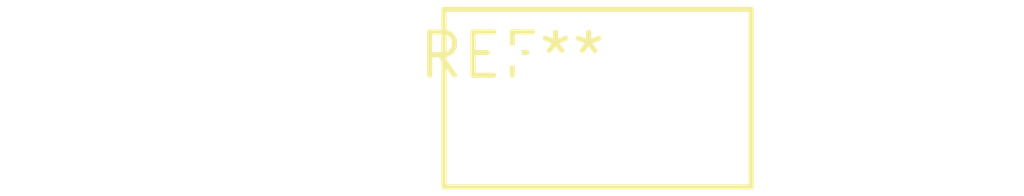
<source format=kicad_pcb>
(kicad_pcb (version 20240108) (generator pcbnew)
  (layers (0 "F.Cu" signal) (31 "B.Cu" signal) (34 "B.Paste" user) (35 "F.Paste" user) (36 "B.SilkS" user "B.Silkscreen") (37 "F.SilkS" user "F.Silkscreen") (38 "B.Mask" user) (39 "F.Mask" user) (44 "Edge.Cuts" user))
  (net 0 "")
  (footprint "RV_Disc_D9mm_W5.2mm_P5mm" (layer "F.Cu") (at 0 0)
    (property "Reference" "REF**")
    (property "Value" "RV_Disc_D9mm_W5.2mm_P5mm")
    (fp_line (start -2 -1.35) (end -2 3.85) (layer "F.SilkS") (stroke (width 0.15)))
    (fp_line (start -2 -1.35) (end 7 -1.35) (layer "F.SilkS") (stroke (width 0.15)))
    (fp_line (start -2 3.85) (end 7 3.85) (layer "F.SilkS") (stroke (width 0.15)))
    (fp_line (start 7 -1.35) (end 7 3.85) (layer "F.SilkS") (stroke (width 0.15)))
    (pad "1" thru_hole circle (at 0 0) (size 1.6 1.6) (drill 0.6) (layers *.Cu *.Mask) (remove_unused_layers))
    (pad "2" thru_hole circle (at 5 2.5) (size 1.6 1.6) (drill 0.6) (layers *.Cu *.Mask) (remove_unused_layers))
  )
)
</source>
